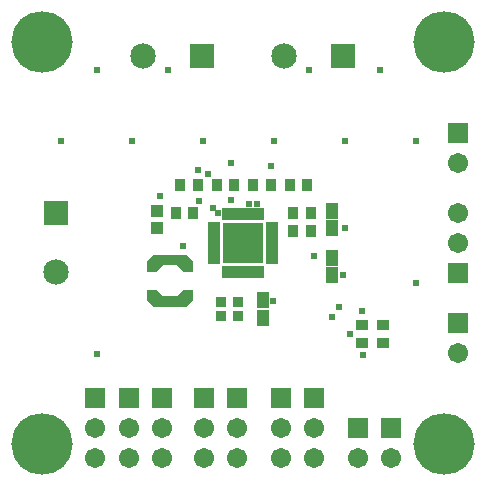
<source format=gts>
G04*
G04 #@! TF.GenerationSoftware,Altium Limited,Altium Designer,21.7.2 (23)*
G04*
G04 Layer_Color=8388736*
%FSLAX25Y25*%
%MOIN*%
G70*
G04*
G04 #@! TF.SameCoordinates,4C6A6D40-5D94-4475-8A21-F7F3A9D7BEC8*
G04*
G04*
G04 #@! TF.FilePolarity,Negative*
G04*
G01*
G75*
%ADD14R,0.01981X0.04068*%
%ADD15R,0.04068X0.01981*%
%ADD16R,0.13202X0.13202*%
%ADD17R,0.03556X0.04343*%
%ADD18R,0.03379X0.03174*%
%ADD19R,0.03985X0.05241*%
%ADD20R,0.03961X0.04351*%
%ADD21R,0.03568X0.03563*%
%ADD22R,0.04343X0.03556*%
%ADD23C,0.04039*%
%ADD24C,0.06706*%
%ADD25R,0.06706X0.06706*%
%ADD26C,0.08477*%
%ADD27R,0.08477X0.08477*%
%ADD28R,0.08477X0.08477*%
%ADD29C,0.20485*%
%ADD30C,0.02375*%
%ADD31C,0.03556*%
G36*
X61988Y59685D02*
X59823Y57480D01*
X48839D01*
X46673Y59685D01*
Y63189D01*
X49724D01*
X52067Y60905D01*
X56595D01*
X58937Y63189D01*
X61988D01*
Y59685D01*
D02*
G37*
G36*
Y72598D02*
Y69095D01*
X58937D01*
X56595Y71378D01*
X52067D01*
X49724Y69095D01*
X46673D01*
Y72598D01*
X48839Y74803D01*
X59823D01*
X61988Y72598D01*
D02*
G37*
D14*
X72835Y69055D02*
D03*
X74803D02*
D03*
X76772D02*
D03*
X78740D02*
D03*
X80709D02*
D03*
X82677D02*
D03*
X84646D02*
D03*
Y88425D02*
D03*
X82677D02*
D03*
X80709D02*
D03*
X78740D02*
D03*
X76772D02*
D03*
X74803D02*
D03*
X72835D02*
D03*
D15*
X88425Y72835D02*
D03*
Y74803D02*
D03*
Y76772D02*
D03*
Y78740D02*
D03*
Y80709D02*
D03*
Y82677D02*
D03*
Y84646D02*
D03*
X69055D02*
D03*
Y82677D02*
D03*
Y80709D02*
D03*
Y78740D02*
D03*
Y76772D02*
D03*
Y74803D02*
D03*
Y72835D02*
D03*
D16*
X78740Y78740D02*
D03*
D17*
X56299Y88583D02*
D03*
X62205D02*
D03*
X57677Y98032D02*
D03*
X63583D02*
D03*
X101378Y88583D02*
D03*
X95473D02*
D03*
X101378Y82677D02*
D03*
X95473D02*
D03*
X100197Y98032D02*
D03*
X94291D02*
D03*
X87992D02*
D03*
X82087D02*
D03*
X75787D02*
D03*
X69882D02*
D03*
D18*
X77165Y54228D02*
D03*
Y59158D02*
D03*
D19*
X85433Y53777D02*
D03*
Y59608D02*
D03*
X108268Y73782D02*
D03*
Y67951D02*
D03*
Y89530D02*
D03*
Y83699D02*
D03*
D20*
X50000Y83856D02*
D03*
Y89372D02*
D03*
D21*
X71260Y59057D02*
D03*
Y54329D02*
D03*
D22*
X125394Y51378D02*
D03*
Y45472D02*
D03*
X118504Y51378D02*
D03*
Y45472D02*
D03*
D23*
X58956Y59799D02*
D03*
Y72484D02*
D03*
D24*
X116929Y6929D02*
D03*
X127953D02*
D03*
X102362D02*
D03*
Y16929D02*
D03*
X91339Y6929D02*
D03*
Y16929D02*
D03*
X76772Y6929D02*
D03*
Y16929D02*
D03*
X65748Y6929D02*
D03*
Y16929D02*
D03*
X51575Y6929D02*
D03*
Y16929D02*
D03*
X40551Y6929D02*
D03*
Y16929D02*
D03*
X29528Y6929D02*
D03*
Y16929D02*
D03*
X150394Y88740D02*
D03*
Y78740D02*
D03*
X150394Y41969D02*
D03*
Y105354D02*
D03*
D25*
X116929Y16929D02*
D03*
X127953D02*
D03*
X102362Y26929D02*
D03*
X91339D02*
D03*
X76772D02*
D03*
X65748D02*
D03*
X51575D02*
D03*
X40551D02*
D03*
X29528D02*
D03*
X150394Y68740D02*
D03*
X150394Y51968D02*
D03*
Y115354D02*
D03*
D26*
X16535Y68899D02*
D03*
X92521Y140945D02*
D03*
X45276Y140945D02*
D03*
D27*
X16535Y88584D02*
D03*
D28*
X112206Y140945D02*
D03*
X64961Y140945D02*
D03*
D29*
X11811Y11811D02*
D03*
X145669Y145669D02*
D03*
X11811D02*
D03*
X145669Y11811D02*
D03*
D30*
X136221Y112599D02*
D03*
Y65354D02*
D03*
X124409Y136221D02*
D03*
X112599Y112599D02*
D03*
X100787Y136221D02*
D03*
X88976Y112599D02*
D03*
X65354D02*
D03*
X53543Y136221D02*
D03*
X41732Y112599D02*
D03*
X29921Y136221D02*
D03*
X18110Y112599D02*
D03*
X29921Y41732D02*
D03*
X68701Y90535D02*
D03*
X70472Y88583D02*
D03*
X83465Y91732D02*
D03*
X80709D02*
D03*
X74803Y92913D02*
D03*
X63976Y92716D02*
D03*
X58858Y77559D02*
D03*
X88779Y59449D02*
D03*
X118701Y41339D02*
D03*
X110827Y57480D02*
D03*
X108465Y53937D02*
D03*
X114370Y48228D02*
D03*
X118307Y56102D02*
D03*
X88189Y104331D02*
D03*
X63779Y103150D02*
D03*
X51181Y94488D02*
D03*
X102362Y74410D02*
D03*
X112205Y68110D02*
D03*
X74803Y105512D02*
D03*
X112598Y83858D02*
D03*
X66929Y101575D02*
D03*
D31*
X74410Y74410D02*
D03*
Y83071D02*
D03*
X78740Y78740D02*
D03*
X83071Y74410D02*
D03*
Y83071D02*
D03*
M02*

</source>
